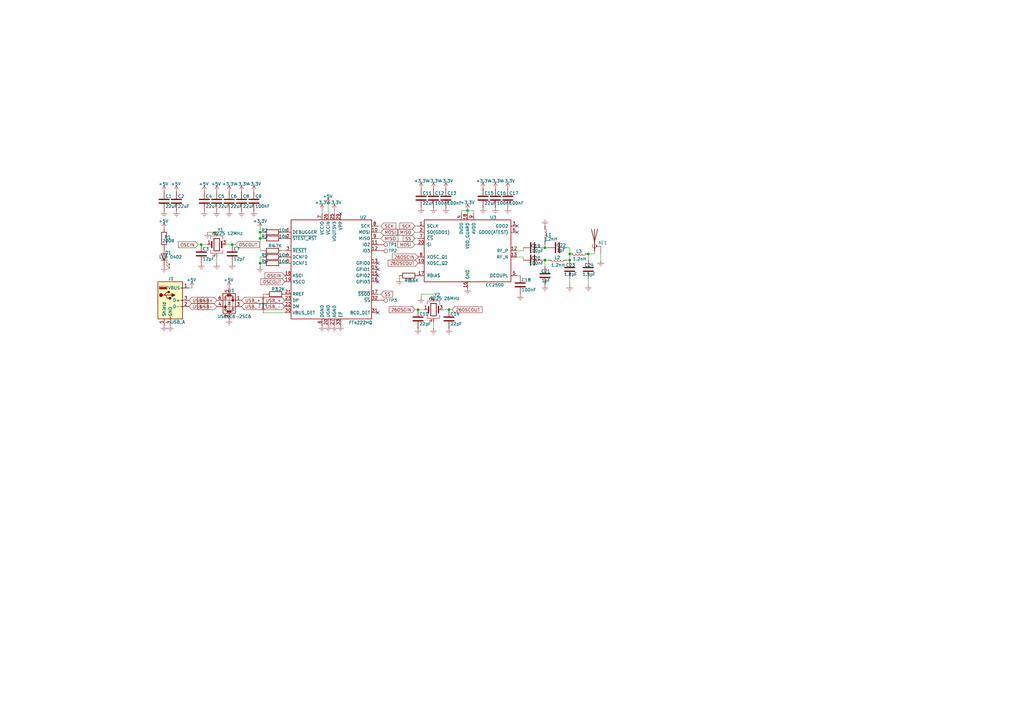
<source format=kicad_sch>
(kicad_sch (version 20250114) (generator "eeschema") (generator_version "9.0")
  (paper "A3")
  (lib_symbols
    (symbol "Connector:TestPoint" (pin_numbers (hide yes)) (pin_names (offset 0.762) (hide yes))
      (property "Reference" "TP" (at 0 6.858 0))
      (property "Value" "TestPoint" (at 0 5.08 0))
      (symbol "TestPoint_0_1"
        (circle (center 0 3.302) (radius 0.762))
      )
      (symbol "TestPoint_1_1"
        (pin passive line (at 0 0 90) (length 2.54) (name "1") (number "1"))
      )
    )
    (symbol "Connector:USB_A" (pin_names (offset 1.016))
      (property "Reference" "J" (at -5.08 11.43 0))
      (property "Value" "USB_A" (at -5.08 8.89 0))
      (symbol "USB_A_0_1"
        (rectangle (start -5.08 -7.62) (end 5.08 7.62) (stroke (width 0.254)) (fill (type background)))
        (circle (center -3.81 2.159) (radius 0.635) (stroke (width 0.254)) (fill (type outline)))
        (polyline (pts (xy -3.175 2.159) (xy -2.54 2.159) (xy -1.27 3.429) (xy -0.635 3.429)) (stroke (width 0.254)))
        (polyline (pts (xy -2.54 2.159) (xy -1.905 2.159) (xy -1.27 0.889) (xy 0 0.889)) (stroke (width 0.254)))
        (rectangle (start -1.524 4.826) (end -4.318 5.334) (fill (type outline)))
        (rectangle (start -1.27 4.572) (end -4.572 5.842))
        (circle (center -0.635 3.429) (radius 0.381) (stroke (width 0.254)) (fill (type outline)))
        (rectangle (start -0.127 -7.62) (end 0.127 -6.858))
        (rectangle (start 0.254 1.27) (end -0.508 0.508) (stroke (width 0.254)) (fill (type outline)))
        (polyline (pts (xy 0.635 2.794) (xy 0.635 1.524) (xy 1.905 2.159) (xy 0.635 2.794)) (stroke (width 0.254)) (fill (type outline)))
        (rectangle (start 5.08 4.953) (end 4.318 5.207))
        (rectangle (start 5.08 -0.127) (end 4.318 0.127))
        (rectangle (start 5.08 -2.667) (end 4.318 -2.413))
      )
      (symbol "USB_A_1_1"
        (polyline (pts (xy -1.905 2.159) (xy 0.635 2.159)) (stroke (width 0.254)))
        (pin passive line (at -2.54 -10.16 90) (length 2.54) (name "Shield") (number "5"))
        (pin power_in line (at 0 -10.16 90) (length 2.54) (name "GND") (number "4"))
        (pin power_in line (at 7.62 5.08 180) (length 2.54) (name "VBUS") (number "1"))
        (pin bidirectional line (at 7.62 0 180) (length 2.54) (name "D+") (number "3"))
        (pin bidirectional line (at 7.62 -2.54 180) (length 2.54) (name "D-") (number "2"))
      )
    )
    (symbol "Device:Antenna_Shield" (pin_numbers (hide yes)) (pin_names (offset 1.016) (hide yes))
      (property "Reference" "AE" (at -1.905 4.445 0))
      (property "Value" "Antenna_Shield" (at -1.905 2.54 0))
      (symbol "Antenna_Shield_0_1"
        (arc (start 0 -2.667) (mid -0.8485 -2.1032) (end -0.508 -1.143))
        (polyline (pts (xy 0 5.08) (xy 0 -3.81)) (stroke (width 0.254)))
        (polyline (pts (xy 0 -2.54) (xy 0 0)))
        (arc (start 0.508 -1.143) (mid 0.8046 -2.0885) (end 0 -2.667))
        (polyline (pts (xy 0.762 -1.905) (xy 2.54 -1.905)))
        (circle (center 0.762 -1.905) (radius 0.1778) (fill (type outline)))
        (polyline (pts (xy 1.27 5.08) (xy 0 0) (xy -1.27 5.08)) (stroke (width 0.254)))
        (polyline (pts (xy 2.54 -2.54) (xy 2.54 -1.905)))
      )
      (symbol "Antenna_Shield_1_1"
        (pin input line (at 0 -5.08 90) (length 2.54) (name "A") (number "1"))
        (pin input line (at 2.54 -5.08 90) (length 2.54) (name "Shield") (number "2"))
      )
    )
    (symbol "Device:C" (pin_numbers (hide yes)) (pin_names (offset 0.254))
      (property "Reference" "C" (at 0.635 2.54 0))
      (property "Value" "C" (at 0.635 -2.54 0))
      (symbol "C_0_1"
        (polyline (pts (xy -2.032 0.762) (xy 2.032 0.762)) (stroke (width 0.508)))
        (polyline (pts (xy -2.032 -0.762) (xy 2.032 -0.762)) (stroke (width 0.508)))
      )
      (symbol "C_1_1"
        (pin passive line (at 0 3.81 270) (length 2.794) (name "~") (number "1"))
        (pin passive line (at 0 -3.81 90) (length 2.794) (name "~") (number "2"))
      )
    )
    (symbol "Device:Crystal_GND24" (pin_names (offset 1.016) (hide yes))
      (property "Reference" "Y" (at 3.175 5.08 0))
      (property "Value" "Crystal_GND24" (at 3.175 3.175 0))
      (symbol "Crystal_GND24_0_1"
        (polyline (pts (xy -2.54 2.286) (xy -2.54 3.556) (xy 2.54 3.556) (xy 2.54 2.286)))
        (polyline (pts (xy -2.54 0) (xy -2.032 0)))
        (polyline (pts (xy -2.54 -2.286) (xy -2.54 -3.556) (xy 2.54 -3.556) (xy 2.54 -2.286)))
        (polyline (pts (xy -2.032 -1.27) (xy -2.032 1.27)) (stroke (width 0.508)))
        (rectangle (start -1.143 2.54) (end 1.143 -2.54) (stroke (width 0.3048)))
        (polyline (pts (xy 0 3.556) (xy 0 3.81)))
        (polyline (pts (xy 0 -3.81) (xy 0 -3.556)))
        (polyline (pts (xy 2.032 0) (xy 2.54 0)))
        (polyline (pts (xy 2.032 -1.27) (xy 2.032 1.27)) (stroke (width 0.508)))
      )
      (symbol "Crystal_GND24_1_1"
        (pin passive line (at -3.81 0 0) (length 1.27) (name "1") (number "1"))
        (pin passive line (at 0 5.08 270) (length 1.27) (name "2") (number "2"))
        (pin passive line (at 0 -5.08 90) (length 1.27) (name "4") (number "4"))
        (pin passive line (at 3.81 0 180) (length 1.27) (name "3") (number "3"))
      )
    )
    (symbol "Device:L" (pin_numbers (hide yes)) (pin_names (offset 1.016) (hide yes))
      (property "Reference" "L" (at -1.27 0 90))
      (property "Value" "L" (at 1.905 0 90))
      (symbol "L_0_1"
        (arc (start 0 2.54) (mid 0.6323 1.905) (end 0 1.27))
        (arc (start 0 1.27) (mid 0.6323 0.635) (end 0 0))
        (arc (start 0 0) (mid 0.6323 -0.635) (end 0 -1.27))
        (arc (start 0 -1.27) (mid 0.6323 -1.905) (end 0 -2.54))
      )
      (symbol "L_1_1"
        (pin passive line (at 0 3.81 270) (length 1.27) (name "1") (number "1"))
        (pin passive line (at 0 -3.81 90) (length 1.27) (name "2") (number "2"))
      )
    )
    (symbol "Device:LED" (pin_numbers (hide yes)) (pin_names (offset 1.016) (hide yes))
      (property "Reference" "D" (at 0 2.54 0))
      (property "Value" "LED" (at 0 -2.54 0))
      (symbol "LED_0_1"
        (polyline (pts (xy -3.048 -0.762) (xy -4.572 -2.286) (xy -3.81 -2.286) (xy -4.572 -2.286) (xy -4.572 -1.524)))
        (polyline (pts (xy -1.778 -0.762) (xy -3.302 -2.286) (xy -2.54 -2.286) (xy -3.302 -2.286) (xy -3.302 -1.524)))
        (polyline (pts (xy -1.27 0) (xy 1.27 0)))
        (polyline (pts (xy -1.27 -1.27) (xy -1.27 1.27)) (stroke (width 0.254)))
        (polyline (pts (xy 1.27 -1.27) (xy 1.27 1.27) (xy -1.27 0) (xy 1.27 -1.27)) (stroke (width 0.254)))
      )
      (symbol "LED_1_1"
        (pin passive line (at -3.81 0 0) (length 2.54) (name "K") (number "1"))
        (pin passive line (at 3.81 0 180) (length 2.54) (name "A") (number "2"))
      )
    )
    (symbol "Device:R" (pin_numbers (hide yes)) (pin_names (offset 0))
      (property "Reference" "R" (at 2.032 0 90))
      (property "Value" "R" (at 0 0 90))
      (symbol "R_0_1"
        (rectangle (start -1.016 -2.54) (end 1.016 2.54) (stroke (width 0.254)))
      )
      (symbol "R_1_1"
        (pin passive line (at 0 3.81 270) (length 1.27) (name "~") (number "1"))
        (pin passive line (at 0 -3.81 90) (length 1.27) (name "~") (number "2"))
      )
    )
    (symbol "Interface_USB:FT4222HQ"
      (property "Reference" "U2" (at 4.6265 25.4 0))
      (property "Value" "FT4222HQ" (at 4.6265 22.86 0))
      (symbol "FT4222HQ_0_1"
        (rectangle (start -17.78 20.32) (end 15.24 -20.32) (stroke (width 0.254)))
      )
      (symbol "FT4222HQ_1_1"
        (pin bidirectional line (at -20.32 15.24 0) (length 2.54) (name "DEBUGGER") (number "1"))
        (pin input line (at -20.32 12.7 0) (length 2.54) (name "~{STEST_RST}") (number "2"))
        (pin input line (at -20.32 7.62 0) (length 2.54) (name "~{RESET}") (number "3"))
        (pin input line (at -20.32 5.08 0) (length 2.54) (name "DCNF0") (number "4"))
        (pin input line (at -20.32 2.54 0) (length 2.54) (name "DCNF1") (number "5"))
        (pin input line (at -20.32 -2.54 0) (length 2.54) (name "XSCI") (number "18"))
        (pin output line (at -20.32 -5.08 0) (length 2.54) (name "XSCO") (number "19"))
        (pin input line (at -20.32 -10.16 0) (length 2.54) (name "RREF") (number "21"))
        (pin bidirectional line (at -20.32 -12.7 0) (length 2.54) (name "DP") (number "23"))
        (pin bidirectional line (at -20.32 -15.24 0) (length 2.54) (name "DM") (number "22"))
        (pin input line (at -20.32 -17.78 0) (length 2.54) (name "VBUS_DET") (number "30"))
        (pin power_in line (at -5.08 22.86 270) (length 2.54) (name "VCCIO") (number "7"))
        (pin passive line (at -5.08 -22.86 90) (length 2.54) (hide yes) (name "DGND") (number "28"))
        (pin power_in line (at -5.08 -22.86 90) (length 2.54) (name "DGND") (number "6"))
        (pin power_in line (at -2.54 22.86 270) (length 2.54) (name "VCCIN") (number "26"))
        (pin power_in line (at -2.54 -22.86 90) (length 2.54) (name "UGND") (number "20"))
        (pin passive line (at -2.54 -22.86 90) (length 2.54) (hide yes) (name "UGND") (number "24"))
        (pin unspecified line (at 0 22.86 270) (length 2.54) (name "VOUT3V3") (number "25"))
        (pin power_in line (at 0 -22.86 90) (length 2.54) (name "AGND") (number "27"))
        (pin power_in line (at 2.54 22.86 270) (length 2.54) (name "VPP") (number "29"))
        (pin power_in line (at 2.54 -22.86 90) (length 2.54) (name "EP") (number "33"))
        (pin bidirectional line (at 17.78 17.78 180) (length 2.54) (name "SCK") (number "8"))
        (pin bidirectional line (at 17.78 15.24 180) (length 2.54) (name "MOSI") (number "10"))
        (pin bidirectional line (at 17.78 12.7 180) (length 2.54) (name "MISO") (number "9"))
        (pin bidirectional line (at 17.78 10.16 180) (length 2.54) (name "IO2") (number "11"))
        (pin bidirectional line (at 17.78 7.62 180) (length 2.54) (name "IO3") (number "12"))
        (pin bidirectional line (at 17.78 2.54 180) (length 2.54) (name "GPIO0") (number "13"))
        (pin bidirectional line (at 17.78 0 180) (length 2.54) (name "GPIO1") (number "14"))
        (pin bidirectional line (at 17.78 -2.54 180) (length 2.54) (name "GPIO2") (number "15"))
        (pin bidirectional line (at 17.78 -5.08 180) (length 2.54) (name "GPIO3") (number "16"))
        (pin output line (at 17.78 -10.16 180) (length 2.54) (name "~{SS0O}") (number "17"))
        (pin input line (at 17.78 -12.7 180) (length 2.54) (name "~{SS}") (number "32"))
        (pin output line (at 17.78 -17.78 180) (length 2.54) (name "BCD_DET") (number "31"))
      )
    )
    (symbol "Power_Protection:USBLC6-2SC6" (pin_names (hide yes))
      (property "Reference" "U2" (at 2.286 4.064 0))
      (property "Value" "USBLC6-2SC6" (at 2.032 -6.35 0))
      (symbol "USBLC6-2SC6_0_0"
        (circle (center -1.524 0) (radius 0.0001) (stroke (width 0.508)))
        (circle (center -0.508 2.032) (radius 0.0001) (stroke (width 0.508)))
        (circle (center -0.508 -4.572) (radius 0.0001) (stroke (width 0.508)))
        (circle (center 0.508 2.032) (radius 0.0001) (stroke (width 0.508)))
        (circle (center 0.508 -4.572) (radius 0.0001) (stroke (width 0.508)))
        (circle (center 1.524 -2.54) (radius 0.0001) (stroke (width 0.508)))
      )
      (symbol "USBLC6-2SC6_0_1"
        (polyline (pts (xy -2.54 0) (xy 2.54 0)))
        (polyline (pts (xy -2.54 -2.54) (xy 2.54 -2.54)))
        (polyline (pts (xy -2.032 0.508) (xy -1.016 0.508) (xy -1.524 1.524) (xy -2.032 0.508)))
        (polyline (pts (xy -2.032 -3.048) (xy -1.016 -3.048)))
        (polyline (pts (xy -1.016 1.524) (xy -2.032 1.524)))
        (polyline (pts (xy -1.016 -4.064) (xy -2.032 -4.064) (xy -1.524 -3.048) (xy -1.016 -4.064)))
        (polyline (pts (xy -0.508 -1.143) (xy -0.508 -0.762) (xy 0.508 -0.762)))
        (polyline (pts (xy 0 2.54) (xy -0.508 2.032) (xy 0.508 2.032) (xy 0 1.524) (xy 0 -4.064) (xy -0.508 -4.572) (xy 0.508 -4.572) (xy 0 -5.08)))
        (polyline (pts (xy 0.508 -1.778) (xy -0.508 -1.778) (xy 0 -0.762) (xy 0.508 -1.778)))
        (polyline (pts (xy 1.016 1.524) (xy 2.032 1.524)))
        (polyline (pts (xy 1.016 -3.048) (xy 2.032 -3.048)))
        (polyline (pts (xy 2.032 0.508) (xy 1.016 0.508) (xy 1.524 1.524) (xy 2.032 0.508)))
        (polyline (pts (xy 2.032 -4.064) (xy 1.016 -4.064) (xy 1.524 -3.048) (xy 2.032 -4.064)))
      )
      (symbol "USBLC6-2SC6_1_1"
        (rectangle (start -2.54 2.794) (end 2.54 -5.334) (stroke (width 0.254)))
        (polyline (pts (xy -0.508 2.032) (xy -1.524 2.032) (xy -1.524 -4.572) (xy -0.508 -4.572)))
        (polyline (pts (xy 0.508 -4.572) (xy 1.524 -4.572) (xy 1.524 2.032) (xy 0.508 2.032)))
        (pin passive line (at -5.08 0 0) (length 2.54) (name "I/O1") (number "1"))
        (pin passive line (at -5.08 -2.54 0) (length 2.54) (name "I/O2") (number "3"))
        (pin passive line (at 0 5.08 270) (length 2.54) (name "VBUS") (number "5"))
        (pin passive line (at 0 -7.62 90) (length 2.54) (name "GND") (number "2"))
        (pin passive line (at 5.08 0 180) (length 2.54) (name "I/O1") (number "6"))
        (pin passive line (at 5.08 -2.54 180) (length 2.54) (name "I/O2") (number "4"))
      )
    )
    (symbol "RF:CC2500" (pin_names (offset 1.016))
      (property "Reference" "U1" (at 2.0865 -15.24 0))
      (property "Value" "CC2500" (at 2.0865 -17.78 0))
      (symbol "CC2500_0_1"
        (rectangle (start -17.78 12.7) (end 17.78 -12.7) (stroke (width 0.254)))
      )
      (symbol "CC2500_1_1"
        (pin input line (at -20.32 10.16 0) (length 2.54) (name "SCLK") (number "1"))
        (pin bidirectional line (at -20.32 7.62 0) (length 2.54) (name "SO(GDO1)") (number "2"))
        (pin input line (at -20.32 5.08 0) (length 2.54) (name "~{CS}") (number "7"))
        (pin input line (at -20.32 2.54 0) (length 2.54) (name "SI") (number "20"))
        (pin passive line (at -20.32 -2.54 0) (length 2.54) (name "XOSC_Q1") (number "8"))
        (pin passive line (at -20.32 -5.08 0) (length 2.54) (name "XOSC_Q2") (number "10"))
        (pin passive line (at -20.32 -10.16 0) (length 2.54) (name "RBIAS") (number "17"))
        (pin power_in line (at -2.54 15.24 270) (length 2.54) (name "DVDD") (number "4"))
        (pin power_in line (at 0 15.24 270) (length 2.54) (name "VDD_GUARD") (number "18"))
        (pin power_in line (at 0 -15.24 90) (length 2.54) (name "GND") (number "16"))
        (pin passive line (at 0 -15.24 90) (length 2.54) (hide yes) (name "GND") (number "19"))
        (pin passive line (at 0 -15.24 90) (length 2.54) (hide yes) (name "GND") (number "21"))
        (pin passive line (at 2.54 15.24 270) (length 2.54) (hide yes) (name "AVDD") (number "11"))
        (pin passive line (at 2.54 15.24 270) (length 2.54) (hide yes) (name "AVDD") (number "14"))
        (pin passive line (at 2.54 15.24 270) (length 2.54) (hide yes) (name "AVDD") (number "15"))
        (pin power_in line (at 2.54 15.24 270) (length 2.54) (name "AVDD") (number "9"))
        (pin bidirectional line (at 20.32 10.16 180) (length 2.54) (name "GDO2") (number "3"))
        (pin bidirectional line (at 20.32 7.62 180) (length 2.54) (name "GDO0(ATEST)") (number "6"))
        (pin passive line (at 20.32 0 180) (length 2.54) (name "RF_P") (number "12"))
        (pin passive line (at 20.32 -2.54 180) (length 2.54) (name "RF_N") (number "13"))
        (pin power_out line (at 20.32 -10.16 180) (length 2.54) (name "DCOUPL") (number "5"))
      )
    )
    (symbol "power:+1V1" (power) (pin_numbers (hide yes)) (pin_names (offset 0) (hide yes))
      (property "Value" "+1V1" (at 0 3.556 0))
      (symbol "+1V1_0_1"
        (polyline (pts (xy -0.762 1.27) (xy 0 2.54)))
        (polyline (pts (xy 0 2.54) (xy 0.762 1.27)))
        (polyline (pts (xy 0 0) (xy 0 2.54)))
      )
      (symbol "+1V1_1_1"
        (pin power_in line (at 0 0 90) (length 0) (name "~") (number "1"))
      )
    )
    (symbol "power:Earth" (power) (pin_numbers (hide yes)) (pin_names (offset 0) (hide yes))
      (property "Value" "Earth" (at 0 -3.81 0))
      (symbol "Earth_0_1"
        (polyline (pts (xy -0.635 -1.905) (xy 0.635 -1.905)))
        (polyline (pts (xy -0.127 -2.54) (xy 0.127 -2.54)))
        (polyline (pts (xy 0 -1.27) (xy 0 0)))
        (polyline (pts (xy 1.27 -1.27) (xy -1.27 -1.27)))
      )
      (symbol "Earth_1_1"
        (pin power_in line (at 0 0 270) (length 0) (name "~") (number "1"))
      )
    )
  )
  (junction (at 106.68 107.95))
  (junction (at 223.52 101.6))
  (junction (at 82.55 100.33))
  (junction (at 223.52 106.68))
  (junction (at 241.3 104.14))
  (junction (at 106.68 97.79))
  (junction (at 191.77 86.36))
  (junction (at 184.15 127))
  (junction (at 233.68 106.68))
  (junction (at 95.25 100.33))
  (junction (at 171.45 127))
  (junction (at 233.68 104.14))
  (junction (at 106.68 95.25))
  (no_connect (at 154.94 113.03))
  (no_connect (at 139.7 87.63))
  (no_connect (at 212.09 95.25))
  (no_connect (at 154.94 128.27))
  (no_connect (at 212.09 92.71))
  (no_connect (at 154.94 115.57))
  (no_connect (at 154.94 110.49))
  (no_connect (at 154.94 107.95))
  (wire (pts (xy 107.95 120.65) (xy 109.22 120.65)))
  (wire (pts (xy 233.68 101.6) (xy 233.68 104.14)))
  (wire (pts (xy 85.09 95.25) (xy 88.9 95.25)))
  (wire (pts (xy 214.63 101.6) (xy 214.63 102.87)))
  (wire (pts (xy 92.71 100.33) (xy 95.25 100.33)))
  (wire (pts (xy 177.8 121.92) (xy 177.8 120.65)))
  (wire (pts (xy 106.68 95.25) (xy 107.95 95.25)))
  (wire (pts (xy 189.23 86.36) (xy 189.23 87.63)))
  (wire (pts (xy 213.36 113.03) (xy 212.09 113.03)))
  (wire (pts (xy 170.18 97.79) (xy 171.45 97.79)))
  (wire (pts (xy 115.57 105.41) (xy 116.84 105.41)))
  (wire (pts (xy 241.3 104.14) (xy 243.84 104.14)))
  (wire (pts (xy 115.57 95.25) (xy 116.84 95.25)))
  (wire (pts (xy 106.68 102.87) (xy 107.95 102.87)))
  (wire (pts (xy 177.8 134.62) (xy 177.8 132.08)))
  (wire (pts (xy 194.31 86.36) (xy 194.31 87.63)))
  (wire (pts (xy 170.18 95.25) (xy 171.45 95.25)))
  (wire (pts (xy 233.68 106.68) (xy 232.41 106.68)))
  (wire (pts (xy 214.63 105.41) (xy 212.09 105.41)))
  (wire (pts (xy 172.72 120.65) (xy 172.72 121.92)))
  (wire (pts (xy 106.68 105.41) (xy 107.95 105.41)))
  (wire (pts (xy 191.77 86.36) (xy 189.23 86.36)))
  (wire (pts (xy 214.63 102.87) (xy 212.09 102.87)))
  (wire (pts (xy 223.52 106.68) (xy 222.25 106.68)))
  (wire (pts (xy 81.28 100.33) (xy 82.55 100.33)))
  (wire (pts (xy 177.8 120.65) (xy 172.72 120.65)))
  (wire (pts (xy 107.95 128.27) (xy 116.84 128.27)))
  (wire (pts (xy 223.52 109.22) (xy 223.52 106.68)))
  (wire (pts (xy 170.18 92.71) (xy 171.45 92.71)))
  (wire (pts (xy 170.18 127) (xy 171.45 127)))
  (wire (pts (xy 106.68 109.22) (xy 106.68 107.95)))
  (wire (pts (xy 163.83 114.3) (xy 163.83 113.03)))
  (wire (pts (xy 156.21 95.25) (xy 154.94 95.25)))
  (wire (pts (xy 106.68 102.87) (xy 106.68 97.79)))
  (wire (pts (xy 88.9 107.95) (xy 88.9 105.41)))
  (wire (pts (xy 185.42 127) (xy 184.15 127)))
  (wire (pts (xy 223.52 106.68) (xy 224.79 106.68)))
  (wire (pts (xy 223.52 101.6) (xy 224.79 101.6)))
  (wire (pts (xy 214.63 106.68) (xy 214.63 105.41)))
  (wire (pts (xy 232.41 101.6) (xy 233.68 101.6)))
  (wire (pts (xy 115.57 107.95) (xy 116.84 107.95)))
  (wire (pts (xy 246.38 104.14) (xy 246.38 106.68)))
  (wire (pts (xy 115.57 102.87) (xy 116.84 102.87)))
  (wire (pts (xy 107.95 107.95) (xy 106.68 107.95)))
  (wire (pts (xy 241.3 116.84) (xy 241.3 114.3)))
  (wire (pts (xy 156.21 92.71) (xy 154.94 92.71)))
  (wire (pts (xy 106.68 95.25) (xy 106.68 97.79)))
  (wire (pts (xy 156.21 120.65) (xy 154.94 120.65)))
  (wire (pts (xy 233.68 116.84) (xy 233.68 114.3)))
  (wire (pts (xy 115.57 97.79) (xy 116.84 97.79)))
  (wire (pts (xy 132.08 86.36) (xy 132.08 87.63)))
  (wire (pts (xy 223.52 101.6) (xy 222.25 101.6)))
  (wire (pts (xy 106.68 97.79) (xy 107.95 97.79)))
  (wire (pts (xy 171.45 127) (xy 173.99 127)))
  (wire (pts (xy 233.68 104.14) (xy 233.68 106.68)))
  (wire (pts (xy 223.52 100.33) (xy 223.52 101.6)))
  (wire (pts (xy 78.74 118.11) (xy 77.47 118.11)))
  (wire (pts (xy 170.18 100.33) (xy 171.45 100.33)))
  (wire (pts (xy 137.16 86.36) (xy 137.16 87.63)))
  (wire (pts (xy 191.77 86.36) (xy 191.77 87.63)))
  (wire (pts (xy 96.52 100.33) (xy 95.25 100.33)))
  (wire (pts (xy 194.31 86.36) (xy 191.77 86.36)))
  (wire (pts (xy 156.21 97.79) (xy 154.94 97.79)))
  (wire (pts (xy 106.68 105.41) (xy 106.68 107.95)))
  (wire (pts (xy 241.3 104.14) (xy 241.3 106.68)))
  (wire (pts (xy 181.61 127) (xy 184.15 127)))
  (wire (pts (xy 134.62 83.82) (xy 134.62 87.63)))
  (wire (pts (xy 106.68 93.98) (xy 106.68 95.25)))
  (wire (pts (xy 82.55 100.33) (xy 85.09 100.33)))
  (global_label "USB+" (shape input) (at 77.47 123.19 0) (property "Intersheetrefs" "${INTERSHEET_REFS}" (effects (hide yes))))
  (global_label "26OSCIN" (shape input) (at 171.45 105.41 180) (property "Intersheetrefs" "${INTERSHEET_REFS}" (effects (hide yes))))
  (global_label "MISO" (shape input) (at 156.21 97.79 0) (property "Intersheetrefs" "${INTERSHEET_REFS}" (effects (hide yes))))
  (global_label "OSCIN" (shape input) (at 116.84 113.03 180) (property "Intersheetrefs" "${INTERSHEET_REFS}" (effects (hide yes))))
  (global_label "SCK" (shape input) (at 170.18 92.71 180) (property "Intersheetrefs" "${INTERSHEET_REFS}" (effects (hide yes))))
  (global_label "USB-" (shape input) (at 77.47 125.73 0) (property "Intersheetrefs" "${INTERSHEET_REFS}" (effects (hide yes))))
  (global_label "USB_+" (shape input) (at 116.84 123.19 180) (property "Intersheetrefs" "${INTERSHEET_REFS}" (effects (hide yes))))
  (global_label "USB-" (shape input) (at 88.9 125.73 180) (property "Intersheetrefs" "${INTERSHEET_REFS}" (effects (hide yes))))
  (global_label "USB_+" (shape input) (at 99.06 123.19 0) (property "Intersheetrefs" "${INTERSHEET_REFS}" (effects (hide yes))))
  (global_label "OSCOUT" (shape input) (at 116.84 115.57 180) (property "Intersheetrefs" "${INTERSHEET_REFS}" (effects (hide yes))))
  (global_label "OSCOUT" (shape input) (at 96.52 100.33 0) (property "Intersheetrefs" "${INTERSHEET_REFS}" (effects (hide yes))))
  (global_label "26OSCOUT" (shape input) (at 171.45 107.95 180) (property "Intersheetrefs" "${INTERSHEET_REFS}" (effects (hide yes))))
  (global_label "USB_-" (shape input) (at 99.06 125.73 0) (property "Intersheetrefs" "${INTERSHEET_REFS}" (effects (hide yes))))
  (global_label "USB+" (shape input) (at 88.9 123.19 180) (property "Intersheetrefs" "${INTERSHEET_REFS}" (effects (hide yes))))
  (global_label "MOSI" (shape input) (at 156.21 95.25 0) (property "Intersheetrefs" "${INTERSHEET_REFS}" (effects (hide yes))))
  (global_label "MISO" (shape input) (at 170.18 95.25 180) (property "Intersheetrefs" "${INTERSHEET_REFS}" (effects (hide yes))))
  (global_label "MOSI" (shape input) (at 170.18 100.33 180) (property "Intersheetrefs" "${INTERSHEET_REFS}" (effects (hide yes))))
  (global_label "SS" (shape input) (at 170.18 97.79 180) (property "Intersheetrefs" "${INTERSHEET_REFS}" (effects (hide yes))))
  (global_label "26OSCOUT" (shape input) (at 185.42 127 0) (property "Intersheetrefs" "${INTERSHEET_REFS}" (effects (hide yes))))
  (global_label "USB_-" (shape input) (at 116.84 125.73 180) (property "Intersheetrefs" "${INTERSHEET_REFS}" (effects (hide yes))))
  (global_label "26OSCIN" (shape input) (at 170.18 127 180) (property "Intersheetrefs" "${INTERSHEET_REFS}" (effects (hide yes))))
  (global_label "SCK" (shape input) (at 156.21 92.71 0) (property "Intersheetrefs" "${INTERSHEET_REFS}" (effects (hide yes))))
  (global_label "OSCIN" (shape input) (at 81.28 100.33 180) (property "Intersheetrefs" "${INTERSHEET_REFS}" (effects (hide yes))))
  (global_label "SS" (shape input) (at 156.21 120.65 0) (property "Intersheetrefs" "${INTERSHEET_REFS}" (effects (hide yes))))
  (symbol (lib_id "Device:L") (at 228.6 106.68 270) (unit 1)
    (property "Reference" "L2" (at 228.6 105.664 90))
    (property "Value" "1.2nH" (at 228.854 108.712 90))
    (property "Footprint" "Inductor_SMD:L_0402_1005Metric" (effects (hide yes)))
    (property "Description" "Inductor" (effects (hide yes)))
  )
  (symbol (lib_id "power:Earth") (at 88.9 86.36 0) (unit 1)
    (property "Reference" "#PWR015" (effects (hide yes)))
    (property "Value" "Earth" (effects (hide yes)))
    (property "Description" "Power symbol creates a global label with name \"Earth\"" (effects (hide yes)))
  )
  (symbol (lib_id "Device:C") (at 82.55 104.14 0) (unit 1)
    (property "Reference" "C3" (at 83.058 102.108 0) (effects (justify left)))
    (property "Value" "12pF" (at 83.058 106.172 0) (effects (justify left)))
    (property "Footprint" "Capacitor_SMD:C_0402_1005Metric" (effects (hide yes)))
    (property "Description" "Unpolarized capacitor" (effects (hide yes)))
  )
  (symbol (lib_id "Device:C") (at 198.12 81.28 0) (unit 1)
    (property "Reference" "C15" (at 198.628 79.248 0) (effects (justify left)))
    (property "Value" "22uF" (at 198.628 83.312 0) (effects (justify left)))
    (property "Footprint" "Capacitor_SMD:C_0402_1005Metric" (effects (hide yes)))
    (property "Description" "Unpolarized capacitor" (effects (hide yes)))
  )
  (symbol (lib_id "Device:C") (at 93.98 82.55 0) (unit 1)
    (property "Reference" "C6" (at 94.488 80.518 0) (effects (justify left)))
    (property "Value" "22uF" (at 94.488 84.582 0) (effects (justify left)))
    (property "Footprint" "Capacitor_SMD:C_0402_1005Metric" (effects (hide yes)))
    (property "Description" "Unpolarized capacitor" (effects (hide yes)))
  )
  (symbol (lib_id "Device:C") (at 223.52 113.03 180) (unit 1)
    (property "Reference" "C21" (at 225.806 111.252 0) (effects (justify left)))
    (property "Value" "1pF" (at 225.806 115.062 0) (effects (justify left)))
    (property "Footprint" "Capacitor_SMD:C_0402_1005Metric" (effects (hide yes)))
    (property "Description" "Unpolarized capacitor" (effects (hide yes)))
  )
  (symbol (lib_id "Device:C") (at 171.45 130.81 0) (unit 1)
    (property "Reference" "C10" (at 171.958 128.778 0) (effects (justify left)))
    (property "Value" "22pF" (at 171.958 132.842 0) (effects (justify left)))
    (property "Footprint" "Capacitor_SMD:C_0402_1005Metric" (effects (hide yes)))
    (property "Description" "Unpolarized capacitor" (effects (hide yes)))
  )
  (symbol (lib_id "Device:C") (at 67.31 82.55 0) (unit 1)
    (property "Reference" "C1" (at 67.818 80.518 0) (effects (justify left)))
    (property "Value" "22uF" (at 67.818 84.582 0) (effects (justify left)))
    (property "Footprint" "Capacitor_SMD:C_0402_1005Metric" (effects (hide yes)))
    (property "Description" "Unpolarized capacitor" (effects (hide yes)))
  )
  (symbol (lib_id "power:Earth") (at 82.55 107.95 0) (unit 1)
    (property "Reference" "#PWR010" (effects (hide yes)))
    (property "Value" "Earth" (effects (hide yes)))
    (property "Description" "Power symbol creates a global label with name \"Earth\"" (effects (hide yes)))
  )
  (symbol (lib_id "power:Earth") (at 67.31 133.35 0) (unit 1)
    (property "Reference" "#PWR05" (effects (hide yes)))
    (property "Value" "Earth" (effects (hide yes)))
    (property "Description" "Power symbol creates a global label with name \"Earth\"" (effects (hide yes)))
  )
  (symbol (lib_id "power:Earth") (at 233.68 116.84 0) (unit 1)
    (property "Reference" "#PWR059" (effects (hide yes)))
    (property "Value" "Earth" (effects (hide yes)))
    (property "Description" "Power symbol creates a global label with name \"Earth\"" (effects (hide yes)))
  )
  (symbol (lib_id "Device:Crystal_GND24") (at 177.8 127 0) (unit 1)
    (property "Reference" "Y2" (at 179.324 120.904 0))
    (property "Value" "3225 26MHz" (at 182.372 122.428 0))
    (property "Footprint" "Crystal:Crystal_SMD_3225-4Pin_3.2x2.5mm" (effects (hide yes)))
    (property "Description" "Four pin crystal, GND on pins 2 and 4" (effects (hide yes)))
  )
  (symbol (lib_id "power:+1V1") (at 106.68 93.98 0) (unit 1)
    (property "Reference" "#PWR026" (effects (hide yes)))
    (property "Value" "+3.3V" (at 106.68 90.678 0))
    (property "Description" "Power symbol creates a global label with name \"+1V1\"" (effects (hide yes)))
  )
  (symbol (lib_id "Device:C") (at 88.9 82.55 0) (unit 1)
    (property "Reference" "C5" (at 89.408 80.518 0) (effects (justify left)))
    (property "Value" "22uF" (at 89.408 84.582 0) (effects (justify left)))
    (property "Footprint" "Capacitor_SMD:C_0402_1005Metric" (effects (hide yes)))
    (property "Description" "Unpolarized capacitor" (effects (hide yes)))
  )
  (symbol (lib_id "Device:C") (at 83.82 82.55 0) (unit 1)
    (property "Reference" "C4" (at 84.328 80.518 0) (effects (justify left)))
    (property "Value" "22uF" (at 84.328 84.582 0) (effects (justify left)))
    (property "Footprint" "Capacitor_SMD:C_0402_1005Metric" (effects (hide yes)))
    (property "Description" "Unpolarized capacitor" (effects (hide yes)))
  )
  (symbol (lib_id "Device:C") (at 241.3 110.49 180) (unit 1)
    (property "Reference" "C24" (at 243.586 108.712 0) (effects (justify left)))
    (property "Value" "1.5pF" (at 244.348 112.522 0) (effects (justify left)))
    (property "Footprint" "Capacitor_SMD:C_0402_1005Metric" (effects (hide yes)))
    (property "Description" "Unpolarized capacitor" (effects (hide yes)))
  )
  (symbol (lib_id "Connector:TestPoint") (at 154.94 100.33 270) (unit 1)
    (property "Reference" "TP1" (at 159.258 100.33 90) (effects (justify left)))
    (property "Value" "TestPoint" (effects (hide yes)))
    (property "Footprint" "TestPoint:TestPoint_Pad_D1.0mm" (effects (hide yes)))
    (property "Description" "test point" (effects (hide yes)))
  )
  (symbol (lib_id "power:+1V1") (at 182.88 77.47 0) (unit 1)
    (property "Reference" "#PWR045" (effects (hide yes)))
    (property "Value" "+3.3V" (at 182.88 74.168 0))
    (property "Description" "Power symbol creates a global label with name \"+1V1\"" (effects (hide yes)))
  )
  (symbol (lib_id "power:+1V1") (at 83.82 78.74 0) (unit 1)
    (property "Reference" "#PWR011" (effects (hide yes)))
    (property "Value" "+5V" (at 83.566 75.438 0))
    (property "Description" "Power symbol creates a global label with name \"+1V1\"" (effects (hide yes)))
  )
  (symbol (lib_id "power:+1V1") (at 107.95 128.27 0) (unit 1)
    (property "Reference" "#PWR029" (effects (hide yes)))
    (property "Value" "+5V" (at 107.696 124.968 0))
    (property "Description" "Power symbol creates a global label with name \"+1V1\"" (effects (hide yes)))
  )
  (symbol (lib_id "power:+1V1") (at 93.98 78.74 0) (unit 1)
    (property "Reference" "#PWR017" (effects (hide yes)))
    (property "Value" "+3.3V" (at 93.98 75.438 0))
    (property "Description" "Power symbol creates a global label with name \"+1V1\"" (effects (hide yes)))
  )
  (symbol (lib_id "Device:R") (at 111.76 97.79 270) (unit 1)
    (property "Reference" "R3" (at 107.188 97.028 90) (effects (justify left)))
    (property "Value" "10K" (at 114.3 97.028 90) (effects (justify left)))
    (property "Footprint" "PCM_Resistor_SMD_AKL:R_0402_1005Metric" (effects (hide yes)))
    (property "Description" "Resistor" (effects (hide yes)))
  )
  (symbol (lib_id "Interface_USB:FT4222HQ") (at 137.16 110.49 0) (unit 1)
    (property "Reference" "U2" (at 147.574 89.154 0) (effects (justify left)))
    (property "Value" "FT4222HQ" (at 143.002 132.334 0) (effects (justify left)))
    (property "Footprint" "Package_DFN_QFN:VQFN-32-1EP_5x5mm_P0.5mm_EP3.1x3.1mm" (effects (hide yes)))
    (property "Datasheet" "https://www.ftdichip.com/Support/Documents/DataSheets/ICs/DS_FT4222H.pdf" (effects (hide yes)))
    (property "Description" "USB 2.0 to Quad SPI or I2C Bridge, VQFN-32" (effects (hide yes)))
  )
  (symbol (lib_id "Device:LED") (at 67.31 105.41 90) (unit 1)
    (property "Reference" "D1" (at 70.358 103.632 90) (effects (justify left)))
    (property "Value" "LED 0402" (at 74.676 105.41 90) (effects (justify left)))
    (property "Footprint" "LED_SMD:LED_0402_1005Metric" (effects (hide yes)))
    (property "Description" "Light emitting diode" (effects (hide yes)))
    (property "Sim.Pins" "1=K 2=A" (effects (hide yes)))
  )
  (symbol (lib_id "Power_Protection:USBLC6-2SC6") (at 93.98 123.19 0) (mirror y) (unit 1)
    (property "Reference" "U1" (at 96.266 119.126 0) (effects (justify left)))
    (property "Value" "USBLC6-2SC6" (at 103.124 129.794 0) (effects (justify left)))
    (property "Footprint" "Package_TO_SOT_SMD:SOT-23-6" (effects (hide yes)))
    (property "Datasheet" "https://www.st.com/resource/en/datasheet/usblc6-2.pdf" (effects (hide yes)))
    (property "Description" "Very low capacitance ESD protection diode, 2 data-line, SOT-23-6" (effects (hide yes)))
  )
  (symbol (lib_id "power:Earth") (at 177.8 85.09 0) (unit 1)
    (property "Reference" "#PWR043" (effects (hide yes)))
    (property "Value" "Earth" (effects (hide yes)))
    (property "Description" "Power symbol creates a global label with name \"Earth\"" (effects (hide yes)))
  )
  (symbol (lib_id "power:Earth") (at 95.25 107.95 0) (unit 1)
    (property "Reference" "#PWR021" (effects (hide yes)))
    (property "Value" "Earth" (effects (hide yes)))
    (property "Description" "Power symbol creates a global label with name \"Earth\"" (effects (hide yes)))
  )
  (symbol (lib_id "power:Earth") (at 67.31 86.36 0) (unit 1)
    (property "Reference" "#PWR02" (effects (hide yes)))
    (property "Value" "Earth" (effects (hide yes)))
    (property "Description" "Power symbol creates a global label with name \"Earth\"" (effects (hide yes)))
  )
  (symbol (lib_id "power:Earth") (at 83.82 86.36 0) (unit 1)
    (property "Reference" "#PWR012" (effects (hide yes)))
    (property "Value" "Earth" (effects (hide yes)))
    (property "Description" "Power symbol creates a global label with name \"Earth\"" (effects (hide yes)))
  )
  (symbol (lib_id "Device:C") (at 72.39 82.55 0) (unit 1)
    (property "Reference" "C2" (at 72.898 80.518 0) (effects (justify left)))
    (property "Value" "22uF" (at 72.898 84.582 0) (effects (justify left)))
    (property "Footprint" "Capacitor_SMD:C_0402_1005Metric" (effects (hide yes)))
    (property "Description" "Unpolarized capacitor" (effects (hide yes)))
  )
  (symbol (lib_id "power:+1V1") (at 78.74 118.11 0) (unit 1)
    (property "Reference" "#PWR09" (effects (hide yes)))
    (property "Value" "+5V" (at 78.486 114.808 0))
    (property "Description" "Power symbol creates a global label with name \"+1V1\"" (effects (hide yes)))
  )
  (symbol (lib_id "power:Earth") (at 172.72 121.92 0) (unit 1)
    (property "Reference" "#PWR041" (effects (hide yes)))
    (property "Value" "Earth" (effects (hide yes)))
    (property "Description" "Power symbol creates a global label with name \"Earth\"" (effects (hide yes)))
  )
  (symbol (lib_id "power:Earth") (at 177.8 134.62 0) (unit 1)
    (property "Reference" "#PWR044" (effects (hide yes)))
    (property "Value" "Earth" (effects (hide yes)))
    (property "Description" "Power symbol creates a global label with name \"Earth\"" (effects (hide yes)))
  )
  (symbol (lib_id "power:+1V1") (at 104.14 78.74 0) (unit 1)
    (property "Reference" "#PWR024" (effects (hide yes)))
    (property "Value" "+3.3V" (at 104.14 75.438 0))
    (property "Description" "Power symbol creates a global label with name \"+1V1\"" (effects (hide yes)))
  )
  (symbol (lib_id "power:+1V1") (at 208.28 77.47 0) (unit 1)
    (property "Reference" "#PWR054" (effects (hide yes)))
    (property "Value" "+3.3V" (at 208.28 74.168 0))
    (property "Description" "Power symbol creates a global label with name \"+1V1\"" (effects (hide yes)))
  )
  (symbol (lib_id "Device:L") (at 223.52 96.52 0) (unit 1)
    (property "Reference" "L1" (at 225.044 96.266 0))
    (property "Value" "1.2nH" (at 225.806 98.044 0))
    (property "Footprint" "Inductor_SMD:L_0402_1005Metric" (effects (hide yes)))
    (property "Description" "Inductor" (effects (hide yes)))
  )
  (symbol (lib_id "power:Earth") (at 99.06 86.36 0) (unit 1)
    (property "Reference" "#PWR023" (effects (hide yes)))
    (property "Value" "Earth" (effects (hide yes)))
    (property "Description" "Power symbol creates a global label with name \"Earth\"" (effects (hide yes)))
  )
  (symbol (lib_id "Device:Crystal_GND24") (at 88.9 100.33 0) (unit 1)
    (property "Reference" "Y1" (at 90.424 94.234 0))
    (property "Value" "3225 12MHz" (at 93.472 95.758 0))
    (property "Footprint" "Crystal:Crystal_SMD_3225-4Pin_3.2x2.5mm" (effects (hide yes)))
    (property "Description" "Four pin crystal, GND on pins 2 and 4" (effects (hide yes)))
  )
  (symbol (lib_id "power:+1V1") (at 137.16 86.36 0) (unit 1)
    (property "Reference" "#PWR034" (effects (hide yes)))
    (property "Value" "+3.3V" (at 137.16 83.058 0))
    (property "Description" "Power symbol creates a global label with name \"+1V1\"" (effects (hide yes)))
  )
  (symbol (lib_id "power:Earth") (at 88.9 107.95 0) (unit 1)
    (property "Reference" "#PWR016" (effects (hide yes)))
    (property "Value" "Earth" (effects (hide yes)))
    (property "Description" "Power symbol creates a global label with name \"Earth\"" (effects (hide yes)))
  )
  (symbol (lib_id "power:+1V1") (at 177.8 77.47 0) (unit 1)
    (property "Reference" "#PWR042" (effects (hide yes)))
    (property "Value" "+3.3V" (at 177.8 74.168 0))
    (property "Description" "Power symbol creates a global label with name \"+1V1\"" (effects (hide yes)))
  )
  (symbol (lib_id "Device:C") (at 177.8 81.28 0) (unit 1)
    (property "Reference" "C12" (at 178.308 79.248 0) (effects (justify left)))
    (property "Value" "100nF" (at 178.308 83.312 0) (effects (justify left)))
    (property "Footprint" "Capacitor_SMD:C_0402_1005Metric" (effects (hide yes)))
    (property "Description" "Unpolarized capacitor" (effects (hide yes)))
  )
  (symbol (lib_id "power:Earth") (at 93.98 130.81 0) (unit 1)
    (property "Reference" "#PWR020" (effects (hide yes)))
    (property "Value" "Earth" (effects (hide yes)))
    (property "Description" "Power symbol creates a global label with name \"Earth\"" (effects (hide yes)))
  )
  (symbol (lib_id "power:Earth") (at 93.98 86.36 0) (unit 1)
    (property "Reference" "#PWR018" (effects (hide yes)))
    (property "Value" "Earth" (effects (hide yes)))
    (property "Description" "Power symbol creates a global label with name \"Earth\"" (effects (hide yes)))
  )
  (symbol (lib_id "Device:C") (at 172.72 81.28 0) (unit 1)
    (property "Reference" "C11" (at 173.228 79.248 0) (effects (justify left)))
    (property "Value" "22uF" (at 173.228 83.312 0) (effects (justify left)))
    (property "Footprint" "Capacitor_SMD:C_0402_1005Metric" (effects (hide yes)))
    (property "Description" "Unpolarized capacitor" (effects (hide yes)))
  )
  (symbol (lib_id "Connector:TestPoint") (at 154.94 102.87 270) (unit 1)
    (property "Reference" "TP2" (at 159.258 102.87 90) (effects (justify left)))
    (property "Value" "TestPoint" (effects (hide yes)))
    (property "Footprint" "TestPoint:TestPoint_Pad_D1.0mm" (effects (hide yes)))
    (property "Description" "test point" (effects (hide yes)))
  )
  (symbol (lib_id "Device:C") (at 208.28 81.28 0) (unit 1)
    (property "Reference" "C17" (at 208.788 79.248 0) (effects (justify left)))
    (property "Value" "100nF" (at 208.788 83.312 0) (effects (justify left)))
    (property "Footprint" "Capacitor_SMD:C_0402_1005Metric" (effects (hide yes)))
    (property "Description" "Unpolarized capacitor" (effects (hide yes)))
  )
  (symbol (lib_id "Device:L") (at 237.49 104.14 270) (unit 1)
    (property "Reference" "L3" (at 237.49 103.124 90))
    (property "Value" "1.2nH" (at 237.744 106.172 90))
    (property "Footprint" "Inductor_SMD:L_0402_1005Metric" (effects (hide yes)))
    (property "Description" "Inductor" (effects (hide yes)))
  )
  (symbol (lib_id "Device:Antenna_Shield") (at 243.84 99.06 0) (unit 1)
    (property "Reference" "AE1" (at 245.364 99.568 0) (effects (justify left)))
    (property "Value" "Antenna_Shield" (effects (hide yes)))
    (property "Footprint" "RF_Antenna:Texas_SWRA117D_2.4GHz_Right" (effects (hide yes)))
    (property "Description" "Antenna with extra pin for shielding" (effects (hide yes)))
  )
  (symbol (lib_id "power:Earth") (at 241.3 116.84 0) (unit 1)
    (property "Reference" "#PWR060" (effects (hide yes)))
    (property "Value" "Earth" (effects (hide yes)))
    (property "Description" "Power symbol creates a global label with name \"Earth\"" (effects (hide yes)))
  )
  (symbol (lib_id "Connector:USB_A") (at 69.85 123.19 0) (unit 1)
    (property "Reference" "J1" (at 70.104 114.3 0))
    (property "Value" "USB_A" (at 72.898 132.08 0))
    (property "Footprint" "Connector_USB:USB_A_CNCTech_1001-011-01101_Horizontal" (effects (hide yes)))
    (property "Description" "USB Type A connector" (effects (hide yes)))
  )
  (symbol (lib_id "Device:C") (at 99.06 82.55 0) (unit 1)
    (property "Reference" "C8" (at 99.568 80.518 0) (effects (justify left)))
    (property "Value" "22uF" (at 99.568 84.582 0) (effects (justify left)))
    (property "Footprint" "Capacitor_SMD:C_0402_1005Metric" (effects (hide yes)))
    (property "Description" "Unpolarized capacitor" (effects (hide yes)))
  )
  (symbol (lib_id "power:Earth") (at 191.77 118.11 0) (unit 1)
    (property "Reference" "#PWR049" (effects (hide yes)))
    (property "Value" "Earth" (effects (hide yes)))
    (property "Description" "Power symbol creates a global label with name \"Earth\"" (effects (hide yes)))
  )
  (symbol (lib_id "power:+1V1") (at 99.06 78.74 0) (unit 1)
    (property "Reference" "#PWR022" (effects (hide yes)))
    (property "Value" "+3.3V" (at 99.06 75.438 0))
    (property "Description" "Power symbol creates a global label with name \"+1V1\"" (effects (hide yes)))
  )
  (symbol (lib_id "power:+1V1") (at 67.31 93.98 0) (unit 1)
    (property "Reference" "#PWR03" (effects (hide yes)))
    (property "Value" "+5V" (at 67.056 90.678 0))
    (property "Description" "Power symbol creates a global label with name \"+1V1\"" (effects (hide yes)))
  )
  (symbol (lib_id "power:Earth") (at 172.72 85.09 0) (unit 1)
    (property "Reference" "#PWR040" (effects (hide yes)))
    (property "Value" "Earth" (effects (hide yes)))
    (property "Description" "Power symbol creates a global label with name \"Earth\"" (effects (hide yes)))
  )
  (symbol (lib_id "power:Earth") (at 223.52 92.71 180) (unit 1)
    (property "Reference" "#PWR057" (effects (hide yes)))
    (property "Value" "Earth" (effects (hide yes)))
    (property "Description" "Power symbol creates a global label with name \"Earth\"" (effects (hide yes)))
  )
  (symbol (lib_id "Device:R") (at 113.03 120.65 270) (unit 1)
    (property "Reference" "R7" (at 111.252 118.618 90) (effects (justify left)))
    (property "Value" "12K" (at 113.03 118.618 90) (effects (justify left)))
    (property "Footprint" "PCM_Resistor_SMD_AKL:R_0402_1005Metric" (effects (hide yes)))
    (property "Description" "Resistor" (effects (hide yes)))
  )
  (symbol (lib_id "Device:C") (at 184.15 130.81 0) (unit 1)
    (property "Reference" "C14" (at 184.658 128.778 0) (effects (justify left)))
    (property "Value" "22pF" (at 184.658 132.842 0) (effects (justify left)))
    (property "Footprint" "Capacitor_SMD:C_0402_1005Metric" (effects (hide yes)))
    (property "Description" "Unpolarized capacitor" (effects (hide yes)))
  )
  (symbol (lib_id "power:Earth") (at 85.09 95.25 0) (unit 1)
    (property "Reference" "#PWR013" (effects (hide yes)))
    (property "Value" "Earth" (effects (hide yes)))
    (property "Description" "Power symbol creates a global label with name \"Earth\"" (effects (hide yes)))
  )
  (symbol (lib_id "Device:C") (at 228.6 101.6 90) (unit 1)
    (property "Reference" "C22" (at 232.156 100.584 90) (effects (justify left)))
    (property "Value" "1pF" (at 231.902 102.616 90) (effects (justify left)))
    (property "Footprint" "Capacitor_SMD:C_0402_1005Metric" (effects (hide yes)))
    (property "Description" "Unpolarized capacitor" (effects (hide yes)))
  )
  (symbol (lib_id "power:+1V1") (at 67.31 78.74 0) (unit 1)
    (property "Reference" "#PWR01" (effects (hide yes)))
    (property "Value" "+5V" (at 67.056 75.438 0))
    (property "Description" "Power symbol creates a global label with name \"+1V1\"" (effects (hide yes)))
  )
  (symbol (lib_id "Device:R") (at 111.76 102.87 270) (unit 1)
    (property "Reference" "R4" (at 109.982 100.838 90) (effects (justify left)))
    (property "Value" "47K" (at 111.76 100.838 90) (effects (justify left)))
    (property "Footprint" "PCM_Resistor_SMD_AKL:R_0402_1005Metric" (effects (hide yes)))
    (property "Description" "Resistor" (effects (hide yes)))
  )
  (symbol (lib_id "power:+1V1") (at 198.12 77.47 0) (unit 1)
    (property "Reference" "#PWR050" (effects (hide yes)))
    (property "Value" "+3.3V" (at 198.12 74.168 0))
    (property "Description" "Power symbol creates a global label with name \"+1V1\"" (effects (hide yes)))
  )
  (symbol (lib_id "power:+1V1") (at 191.77 86.36 0) (unit 1)
    (property "Reference" "#PWR048" (effects (hide yes)))
    (property "Value" "+3.3V" (at 191.77 83.058 0))
    (property "Description" "Power symbol creates a global label with name \"+1V1\"" (effects (hide yes)))
  )
  (symbol (lib_id "power:Earth") (at 132.08 133.35 0) (unit 1)
    (property "Reference" "#PWR031" (effects (hide yes)))
    (property "Value" "Earth" (effects (hide yes)))
    (property "Description" "Power symbol creates a global label with name \"Earth\"" (effects (hide yes)))
  )
  (symbol (lib_id "Device:C") (at 218.44 101.6 90) (unit 1)
    (property "Reference" "C19" (at 221.742 100.838 90) (effects (justify left)))
    (property "Value" "100pF" (at 223.012 102.87 90) (effects (justify left)))
    (property "Footprint" "Capacitor_SMD:C_0402_1005Metric" (effects (hide yes)))
    (property "Description" "Unpolarized capacitor" (effects (hide yes)))
  )
  (symbol (lib_id "power:+1V1") (at 172.72 77.47 0) (unit 1)
    (property "Reference" "#PWR039" (effects (hide yes)))
    (property "Value" "+3.3V" (at 172.72 74.168 0))
    (property "Description" "Power symbol creates a global label with name \"+1V1\"" (effects (hide yes)))
  )
  (symbol (lib_id "power:Earth") (at 182.88 85.09 0) (unit 1)
    (property "Reference" "#PWR046" (effects (hide yes)))
    (property "Value" "Earth" (effects (hide yes)))
    (property "Description" "Power symbol creates a global label with name \"Earth\"" (effects (hide yes)))
  )
  (symbol (lib_id "Device:C") (at 104.14 82.55 0) (unit 1)
    (property "Reference" "C9" (at 104.648 80.518 0) (effects (justify left)))
    (property "Value" "100nF" (at 104.648 84.582 0) (effects (justify left)))
    (property "Footprint" "Capacitor_SMD:C_0402_1005Metric" (effects (hide yes)))
    (property "Description" "Unpolarized capacitor" (effects (hide yes)))
  )
  (symbol (lib_id "power:+1V1") (at 93.98 118.11 0) (unit 1)
    (property "Reference" "#PWR019" (effects (hide yes)))
    (property "Value" "+5V" (at 93.726 114.808 0))
    (property "Description" "Power symbol creates a global label with name \"+1V1\"" (effects (hide yes)))
  )
  (symbol (lib_id "power:+1V1") (at 88.9 78.74 0) (unit 1)
    (property "Reference" "#PWR014" (effects (hide yes)))
    (property "Value" "+5V" (at 88.646 75.438 0))
    (property "Description" "Power symbol creates a global label with name \"+1V1\"" (effects (hide yes)))
  )
  (symbol (lib_id "Device:C") (at 233.68 110.49 180) (unit 1)
    (property "Reference" "C23" (at 235.966 108.712 0) (effects (justify left)))
    (property "Value" "1.8pF" (at 236.728 112.522 0) (effects (justify left)))
    (property "Footprint" "Capacitor_SMD:C_0402_1005Metric" (effects (hide yes)))
    (property "Description" "Unpolarized capacitor" (effects (hide yes)))
  )
  (symbol (lib_id "power:Earth") (at 107.95 120.65 0) (unit 1)
    (property "Reference" "#PWR028" (effects (hide yes)))
    (property "Value" "Earth" (effects (hide yes)))
    (property "Description" "Power symbol creates a global label with name \"Earth\"" (effects (hide yes)))
  )
  (symbol (lib_id "power:Earth") (at 208.28 85.09 0) (unit 1)
    (property "Reference" "#PWR055" (effects (hide yes)))
    (property "Value" "Earth" (effects (hide yes)))
    (property "Description" "Power symbol creates a global label with name \"Earth\"" (effects (hide yes)))
  )
  (symbol (lib_id "power:Earth") (at 223.52 116.84 0) (unit 1)
    (property "Reference" "#PWR058" (effects (hide yes)))
    (property "Value" "Earth" (effects (hide yes)))
    (property "Description" "Power symbol creates a global label with name \"Earth\"" (effects (hide yes)))
  )
  (symbol (lib_id "power:Earth") (at 246.38 106.68 0) (unit 1)
    (property "Reference" "#PWR061" (effects (hide yes)))
    (property "Value" "Earth" (effects (hide yes)))
    (property "Description" "Power symbol creates a global label with name \"Earth\"" (effects (hide yes)))
  )
  (symbol (lib_id "power:Earth") (at 69.85 133.35 0) (unit 1)
    (property "Reference" "#PWR06" (effects (hide yes)))
    (property "Value" "Earth" (effects (hide yes)))
    (property "Description" "Power symbol creates a global label with name \"Earth\"" (effects (hide yes)))
  )
  (symbol (lib_id "power:Earth") (at 72.39 86.36 0) (unit 1)
    (property "Reference" "#PWR08" (effects (hide yes)))
    (property "Value" "Earth" (effects (hide yes)))
    (property "Description" "Power symbol creates a global label with name \"Earth\"" (effects (hide yes)))
  )
  (symbol (lib_id "power:+1V1") (at 72.39 78.74 0) (unit 1)
    (property "Reference" "#PWR07" (effects (hide yes)))
    (property "Value" "+5V" (at 72.136 75.438 0))
    (property "Description" "Power symbol creates a global label with name \"+1V1\"" (effects (hide yes)))
  )
  (symbol (lib_id "power:Earth") (at 198.12 85.09 0) (unit 1)
    (property "Reference" "#PWR051" (effects (hide yes)))
    (property "Value" "Earth" (effects (hide yes)))
    (property "Description" "Power symbol creates a global label with name \"Earth\"" (effects (hide yes)))
  )
  (symbol (lib_id "Connector:TestPoint") (at 154.94 123.19 270) (unit 1)
    (property "Reference" "TP3" (at 159.258 123.19 90) (effects (justify left)))
    (property "Value" "TestPoint" (effects (hide yes)))
    (property "Footprint" "TestPoint:TestPoint_Pad_D1.0mm" (effects (hide yes)))
    (property "Description" "test point" (effects (hide yes)))
  )
  (symbol (lib_id "Device:R") (at 111.76 105.41 270) (unit 1)
    (property "Reference" "R5" (at 107.188 104.648 90) (effects (justify left)))
    (property "Value" "10K" (at 114.3 104.648 90) (effects (justify left)))
    (property "Footprint" "PCM_Resistor_SMD_AKL:R_0402_1005Metric" (effects (hide yes)))
    (property "Description" "Resistor" (effects (hide yes)))
  )
  (symbol (lib_id "Device:R") (at 111.76 107.95 270) (unit 1)
    (property "Reference" "R6" (at 107.188 107.188 90) (effects (justify left)))
    (property "Value" "10K" (at 114.3 107.188 90) (effects (justify left)))
    (property "Footprint" "PCM_Resistor_SMD_AKL:R_0402_1005Metric" (effects (hide yes)))
    (property "Description" "Resistor" (effects (hide yes)))
  )
  (symbol (lib_id "power:+1V1") (at 132.08 86.36 0) (unit 1)
    (property "Reference" "#PWR030" (effects (hide yes)))
    (property "Value" "+3.3V" (at 132.08 83.058 0))
    (property "Description" "Power symbol creates a global label with name \"+1V1\"" (effects (hide yes)))
  )
  (symbol (lib_id "Device:C") (at 95.25 104.14 0) (unit 1)
    (property "Reference" "C7" (at 95.758 102.108 0) (effects (justify left)))
    (property "Value" "12pF" (at 95.758 106.172 0) (effects (justify left)))
    (property "Footprint" "Capacitor_SMD:C_0402_1005Metric" (effects (hide yes)))
    (property "Description" "Unpolarized capacitor" (effects (hide yes)))
  )
  (symbol (lib_id "power:Earth") (at 163.83 114.3 0) (unit 1)
    (property "Reference" "#PWR037" (effects (hide yes)))
    (property "Value" "Earth" (effects (hide yes)))
    (property "Description" "Power symbol creates a global label with name \"Earth\"" (effects (hide yes)))
  )
  (symbol (lib_id "power:Earth") (at 171.45 134.62 0) (unit 1)
    (property "Reference" "#PWR038" (effects (hide yes)))
    (property "Value" "Earth" (effects (hide yes)))
    (property "Description" "Power symbol creates a global label with name \"Earth\"" (effects (hide yes)))
  )
  (symbol (lib_id "RF:CC2500") (at 191.77 102.87 0) (unit 1)
    (property "Reference" "U3" (at 200.914 89.154 0) (effects (justify left)))
    (property "Value" "CC2500" (at 199.136 116.84 0) (effects (justify left)))
    (property "Footprint" "Package_DFN_QFN:Texas_RGP0020H_VQFN-20-1EP_4x4mm_P0.5mm_EP2.4x2.4mm" (effects (hide yes)))
    (property "Datasheet" "http://www.ti.com/lit/ds/symlink/cc2500.pdf" (effects (hide yes)))
    (property "Description" "Single Chip Low Power RF Transceiver, QFN-20" (effects (hide yes)))
  )
  (symbol (lib_id "Device:R") (at 167.64 113.03 270) (unit 1)
    (property "Reference" "R8" (at 165.862 115.062 90) (effects (justify left)))
    (property "Value" "56K" (at 167.894 115.062 90) (effects (justify left)))
    (property "Footprint" "PCM_Resistor_SMD_AKL:R_0402_1005Metric" (effects (hide yes)))
    (property "Description" "Resistor" (effects (hide yes)))
  )
  (symbol (lib_id "Device:C") (at 218.44 106.68 90) (unit 1)
    (property "Reference" "C20" (at 221.742 105.918 90) (effects (justify left)))
    (property "Value" "100nF" (at 223.012 107.95 90) (effects (justify left)))
    (property "Footprint" "Capacitor_SMD:C_0402_1005Metric" (effects (hide yes)))
    (property "Description" "Unpolarized capacitor" (effects (hide yes)))
  )
  (symbol (lib_id "power:Earth") (at 134.62 133.35 0) (unit 1)
    (property "Reference" "#PWR033" (effects (hide yes)))
    (property "Value" "Earth" (effects (hide yes)))
    (property "Description" "Power symbol creates a global label with name \"Earth\"" (effects (hide yes)))
  )
  (symbol (lib_id "power:Earth") (at 104.14 86.36 0) (unit 1)
    (property "Reference" "#PWR025" (effects (hide yes)))
    (property "Value" "Earth" (effects (hide yes)))
    (property "Description" "Power symbol creates a global label with name \"Earth\"" (effects (hide yes)))
  )
  (symbol (lib_id "power:Earth") (at 137.16 133.35 0) (unit 1)
    (property "Reference" "#PWR035" (effects (hide yes)))
    (property "Value" "Earth" (effects (hide yes)))
    (property "Description" "Power symbol creates a global label with name \"Earth\"" (effects (hide yes)))
  )
  (symbol (lib_id "power:Earth") (at 106.68 109.22 0) (unit 1)
    (property "Reference" "#PWR027" (effects (hide yes)))
    (property "Value" "Earth" (effects (hide yes)))
    (property "Description" "Power symbol creates a global label with name \"Earth\"" (effects (hide yes)))
  )
  (symbol (lib_id "power:+1V1") (at 134.62 83.82 0) (unit 1)
    (property "Reference" "#PWR032" (effects (hide yes)))
    (property "Value" "+5V" (at 134.366 80.518 0))
    (property "Description" "Power symbol creates a global label with name \"+1V1\"" (effects (hide yes)))
  )
  (symbol (lib_id "power:+1V1") (at 203.2 77.47 0) (unit 1)
    (property "Reference" "#PWR052" (effects (hide yes)))
    (property "Value" "+3.3V" (at 203.2 74.168 0))
    (property "Description" "Power symbol creates a global label with name \"+1V1\"" (effects (hide yes)))
  )
  (symbol (lib_id "power:Earth") (at 213.36 120.65 0) (unit 1)
    (property "Reference" "#PWR056" (effects (hide yes)))
    (property "Value" "Earth" (effects (hide yes)))
    (property "Description" "Power symbol creates a global label with name \"Earth\"" (effects (hide yes)))
  )
  (symbol (lib_id "Device:R") (at 111.76 95.25 270) (unit 1)
    (property "Reference" "R2" (at 107.188 94.488 90) (effects (justify left)))
    (property "Value" "10K" (at 114.3 94.488 90) (effects (justify left)))
    (property "Footprint" "PCM_Resistor_SMD_AKL:R_0402_1005Metric" (effects (hide yes)))
    (property "Description" "Resistor" (effects (hide yes)))
  )
  (symbol (lib_id "power:Earth") (at 139.7 133.35 0) (unit 1)
    (property "Reference" "#PWR036" (effects (hide yes)))
    (property "Value" "Earth" (effects (hide yes)))
    (property "Description" "Power symbol creates a global label with name \"Earth\"" (effects (hide yes)))
  )
  (symbol (lib_id "Device:C") (at 213.36 116.84 0) (unit 1)
    (property "Reference" "C18" (at 213.868 114.808 0) (effects (justify left)))
    (property "Value" "100nF" (at 213.868 118.872 0) (effects (justify left)))
    (property "Footprint" "Capacitor_SMD:C_0402_1005Metric" (effects (hide yes)))
    (property "Description" "Unpolarized capacitor" (effects (hide yes)))
  )
  (symbol (lib_id "power:Earth") (at 203.2 85.09 0) (unit 1)
    (property "Reference" "#PWR053" (effects (hide yes)))
    (property "Value" "Earth" (effects (hide yes)))
    (property "Description" "Power symbol creates a global label with name \"Earth\"" (effects (hide yes)))
  )
  (symbol (lib_id "Device:C") (at 203.2 81.28 0) (unit 1)
    (property "Reference" "C16" (at 203.708 79.248 0) (effects (justify left)))
    (property "Value" "100nF" (at 203.708 83.312 0) (effects (justify left)))
    (property "Footprint" "Capacitor_SMD:C_0402_1005Metric" (effects (hide yes)))
    (property "Description" "Unpolarized capacitor" (effects (hide yes)))
  )
  (symbol (lib_id "Device:R") (at 67.31 97.79 180) (unit 1)
    (property "Reference" "R1" (at 70.104 97.282 0) (effects (justify left)))
    (property "Value" "200R" (at 71.628 98.806 0) (effects (justify left)))
    (property "Footprint" "PCM_Resistor_SMD_AKL:R_0402_1005Metric" (effects (hide yes)))
    (property "Description" "Resistor" (effects (hide yes)))
  )
  (symbol (lib_id "Device:C") (at 182.88 81.28 0) (unit 1)
    (property "Reference" "C13" (at 183.388 79.248 0) (effects (justify left)))
    (property "Value" "100nF" (at 183.388 83.312 0) (effects (justify left)))
    (property "Footprint" "Capacitor_SMD:C_0402_1005Metric" (effects (hide yes)))
    (property "Description" "Unpolarized capacitor" (effects (hide yes)))
  )
  (symbol (lib_id "power:Earth") (at 184.15 134.62 0) (unit 1)
    (property "Reference" "#PWR047" (effects (hide yes)))
    (property "Value" "Earth" (effects (hide yes)))
    (property "Description" "Power symbol creates a global label with name \"Earth\"" (effects (hide yes)))
  )
  (symbol (lib_id "power:Earth") (at 67.31 109.22 0) (unit 1)
    (property "Reference" "#PWR04" (effects (hide yes)))
    (property "Value" "Earth" (effects (hide yes)))
    (property "Description" "Power symbol creates a global label with name \"Earth\"" (effects (hide yes)))
  )
)
</source>
